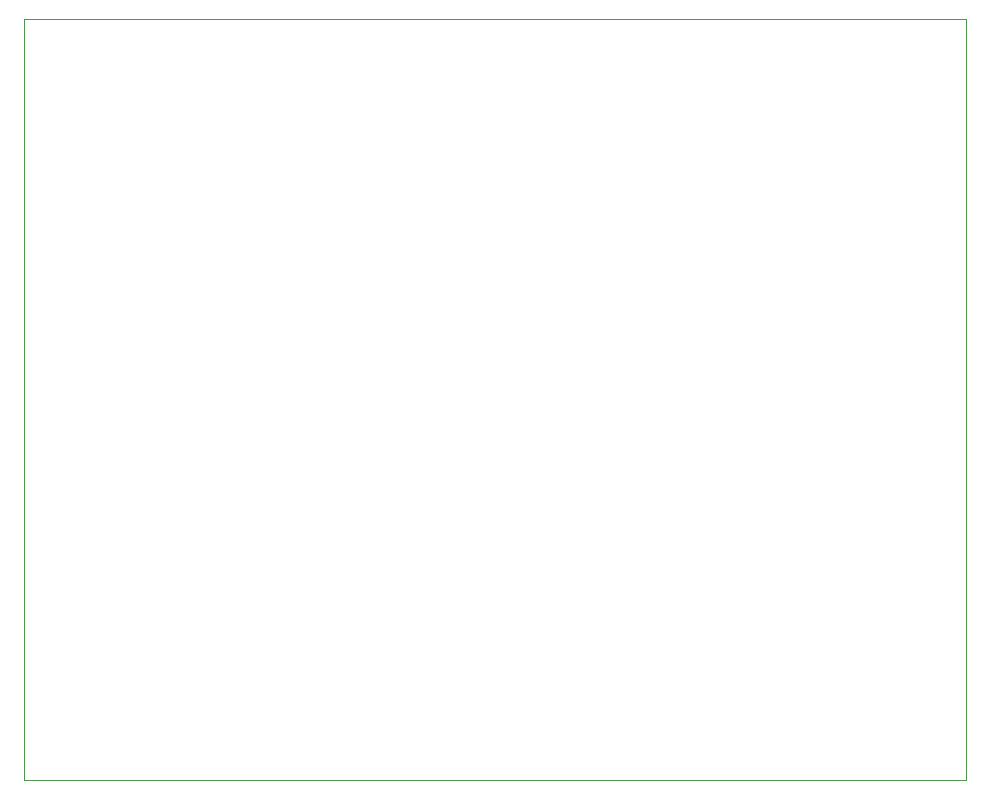
<source format=gbr>
%TF.GenerationSoftware,KiCad,Pcbnew,8.0.2*%
%TF.CreationDate,2024-12-10T11:29:45+01:00*%
%TF.ProjectId,R4I_LINEAR_ACTUATOR_CONTROL,5234495f-4c49-44e4-9541-525f41435455,rev?*%
%TF.SameCoordinates,Original*%
%TF.FileFunction,Profile,NP*%
%FSLAX46Y46*%
G04 Gerber Fmt 4.6, Leading zero omitted, Abs format (unit mm)*
G04 Created by KiCad (PCBNEW 8.0.2) date 2024-12-10 11:29:45*
%MOMM*%
%LPD*%
G01*
G04 APERTURE LIST*
%TA.AperFunction,Profile*%
%ADD10C,0.050000*%
%TD*%
G04 APERTURE END LIST*
D10*
X52306000Y-64948000D02*
X132100000Y-64948000D01*
X132100000Y-129352000D01*
X52306000Y-129352000D01*
X52306000Y-64948000D01*
M02*

</source>
